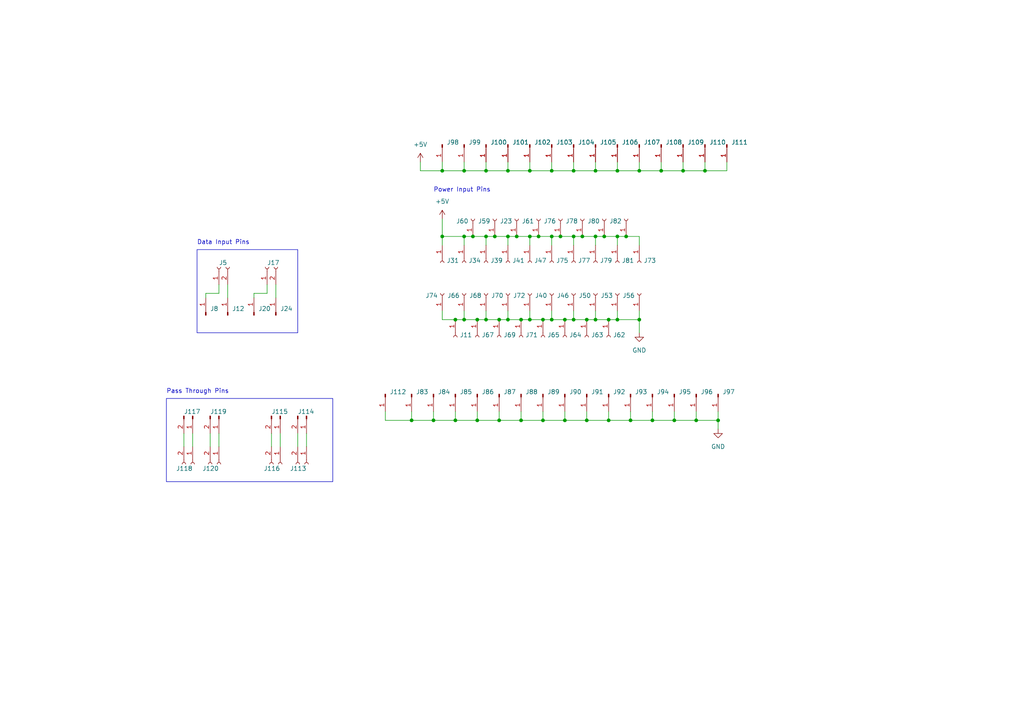
<source format=kicad_sch>
(kicad_sch (version 20230121) (generator eeschema)
  (paper "A4")
  (lib_symbols
    (symbol "Connector:Conn_01x01_Pin" (pin_names (offset 1.016) hide)
      (property "Reference" "J" (at 0 2.54 0))
      (property "Value" "Conn_01x01_Pin" (at 0 -2.54 0))
      (symbol "Conn_01x01_Pin_1_1"
        (polyline (pts (xy 1.27 0) (xy 0.8636 0)) (stroke (width 0.1524)))
        (rectangle (start 0.8636 0.127) (end 0 -0.127) (stroke (width 0.1524)) (fill (type outline)))
        (pin passive line (at 5.08 0 180) (length 3.81) (name "Pin_1") (number "1"))
      )
    )
    (symbol "Connector:Conn_01x01_Socket" (pin_names (offset 1.016) hide)
      (property "Reference" "J" (at 0 2.54 0))
      (property "Value" "Conn_01x01_Socket" (at 0 -2.54 0))
      (symbol "Conn_01x01_Socket_1_1"
        (polyline (pts (xy -1.27 0) (xy -0.508 0)) (stroke (width 0.1524)))
        (arc (start 0 0.508) (mid -0.5058 0) (end 0 -0.508) (stroke (width 0.1524)))
        (pin passive line (at -5.08 0 0) (length 3.81) (name "Pin_1") (number "1"))
      )
    )
    (symbol "Connector:Conn_01x02_Pin" (pin_names (offset 1.016) hide)
      (property "Reference" "J" (at 0 2.54 0))
      (property "Value" "Conn_01x02_Pin" (at 0 -5.08 0))
      (symbol "Conn_01x02_Pin_1_1"
        (polyline (pts (xy 1.27 -2.54) (xy 0.8636 -2.54)) (stroke (width 0.1524)))
        (polyline (pts (xy 1.27 0) (xy 0.8636 0)) (stroke (width 0.1524)))
        (rectangle (start 0.8636 -2.413) (end 0 -2.667) (stroke (width 0.1524)) (fill (type outline)))
        (rectangle (start 0.8636 0.127) (end 0 -0.127) (stroke (width 0.1524)) (fill (type outline)))
        (pin passive line (at 5.08 0 180) (length 3.81) (name "Pin_1") (number "1"))
        (pin passive line (at 5.08 -2.54 180) (length 3.81) (name "Pin_2") (number "2"))
      )
    )
    (symbol "Connector:Conn_01x02_Socket" (pin_names (offset 1.016) hide)
      (property "Reference" "J" (at 0 2.54 0))
      (property "Value" "Conn_01x02_Socket" (at 0 -5.08 0))
      (symbol "Conn_01x02_Socket_1_1"
        (arc (start 0 -2.032) (mid -0.5058 -2.54) (end 0 -3.048) (stroke (width 0.1524)))
        (polyline (pts (xy -1.27 -2.54) (xy -0.508 -2.54)) (stroke (width 0.1524)))
        (polyline (pts (xy -1.27 0) (xy -0.508 0)) (stroke (width 0.1524)))
        (arc (start 0 0.508) (mid -0.5058 0) (end 0 -0.508) (stroke (width 0.1524)))
        (pin passive line (at -5.08 0 0) (length 3.81) (name "Pin_1") (number "1"))
        (pin passive line (at -5.08 -2.54 0) (length 3.81) (name "Pin_2") (number "2"))
      )
    )
    (symbol "power:+5V" (power) (pin_names (offset 0))
      (property "Value" "+5V" (at 0 3.556 0))
      (symbol "+5V_0_1"
        (polyline (pts (xy -0.762 1.27) (xy 0 2.54)))
        (polyline (pts (xy 0 0) (xy 0 2.54)))
        (polyline (pts (xy 0 2.54) (xy 0.762 1.27)))
      )
      (symbol "+5V_1_1"
        (pin power_in line (at 0 0 90) (length 0) hide (name "+5V") (number "1"))
      )
    )
    (symbol "power:GND" (power) (pin_names (offset 0))
      (property "Value" "GND" (at 0 -3.81 0))
      (symbol "GND_0_1"
        (polyline (pts (xy 0 0) (xy 0 -1.27) (xy 1.27 -1.27) (xy 0 -2.54) (xy -1.27 -1.27) (xy 0 -1.27)))
      )
      (symbol "GND_1_1"
        (pin power_in line (at 0 0 270) (length 0) hide (name "GND") (number "1"))
      )
    )
  )
  (junction (at 168.91 68.58))
  (junction (at 185.42 92.71))
  (junction (at 182.88 121.92))
  (junction (at 153.67 68.58))
  (junction (at 134.62 49.53))
  (junction (at 128.27 68.58))
  (junction (at 179.07 49.53))
  (junction (at 176.53 92.71))
  (junction (at 179.07 92.71))
  (junction (at 179.07 68.58))
  (junction (at 128.27 49.53))
  (junction (at 151.13 92.71))
  (junction (at 138.43 92.71))
  (junction (at 125.73 121.92))
  (junction (at 172.72 92.71))
  (junction (at 195.58 121.92))
  (junction (at 160.02 49.53))
  (junction (at 170.18 121.92))
  (junction (at 151.13 121.92))
  (junction (at 160.02 92.71))
  (junction (at 198.12 49.53))
  (junction (at 132.08 92.71))
  (junction (at 157.48 92.71))
  (junction (at 166.37 49.53))
  (junction (at 170.18 92.71))
  (junction (at 157.48 121.92))
  (junction (at 140.97 68.58))
  (junction (at 166.37 68.58))
  (junction (at 153.67 92.71))
  (junction (at 181.61 68.58))
  (junction (at 172.72 68.58))
  (junction (at 208.28 121.92))
  (junction (at 144.78 121.92))
  (junction (at 132.08 121.92))
  (junction (at 162.56 68.58))
  (junction (at 160.02 68.58))
  (junction (at 153.67 49.53))
  (junction (at 175.26 68.58))
  (junction (at 134.62 92.71))
  (junction (at 144.78 92.71))
  (junction (at 176.53 121.92))
  (junction (at 134.62 68.58))
  (junction (at 201.93 121.92))
  (junction (at 172.72 49.53))
  (junction (at 137.16 68.58))
  (junction (at 204.47 49.53))
  (junction (at 147.32 49.53))
  (junction (at 138.43 121.92))
  (junction (at 191.77 49.53))
  (junction (at 147.32 92.71))
  (junction (at 163.83 121.92))
  (junction (at 166.37 92.71))
  (junction (at 163.83 92.71))
  (junction (at 185.42 49.53))
  (junction (at 140.97 49.53))
  (junction (at 140.97 92.71))
  (junction (at 119.38 121.92))
  (junction (at 143.51 68.58))
  (junction (at 147.32 68.58))
  (junction (at 189.23 121.92))
  (junction (at 156.21 68.58))
  (junction (at 149.86 68.58))
  (wire (pts (xy 60.96 125.73) (xy 60.96 129.54)))
  (wire (pts (xy 153.67 49.53) (xy 160.02 49.53)))
  (wire (pts (xy 86.36 125.73) (xy 86.36 129.54)))
  (wire (pts (xy 138.43 119.38) (xy 138.43 121.92)))
  (wire (pts (xy 140.97 92.71) (xy 144.78 92.71)))
  (wire (pts (xy 153.67 71.12) (xy 153.67 68.58)))
  (wire (pts (xy 128.27 46.99) (xy 128.27 49.53)))
  (wire (pts (xy 147.32 90.17) (xy 147.32 92.71)))
  (wire (pts (xy 170.18 121.92) (xy 176.53 121.92)))
  (wire (pts (xy 166.37 46.99) (xy 166.37 49.53)))
  (wire (pts (xy 147.32 68.58) (xy 143.51 68.58)))
  (wire (pts (xy 170.18 119.38) (xy 170.18 121.92)))
  (wire (pts (xy 111.76 121.92) (xy 119.38 121.92)))
  (wire (pts (xy 132.08 92.71) (xy 134.62 92.71)))
  (wire (pts (xy 176.53 121.92) (xy 182.88 121.92)))
  (wire (pts (xy 201.93 119.38) (xy 201.93 121.92)))
  (wire (pts (xy 147.32 46.99) (xy 147.32 49.53)))
  (wire (pts (xy 134.62 90.17) (xy 134.62 92.71)))
  (wire (pts (xy 128.27 63.5) (xy 128.27 68.58)))
  (wire (pts (xy 166.37 90.17) (xy 166.37 92.71)))
  (wire (pts (xy 151.13 121.92) (xy 157.48 121.92)))
  (wire (pts (xy 147.32 92.71) (xy 151.13 92.71)))
  (wire (pts (xy 153.67 46.99) (xy 153.67 49.53)))
  (wire (pts (xy 179.07 49.53) (xy 185.42 49.53)))
  (wire (pts (xy 204.47 46.99) (xy 204.47 49.53)))
  (wire (pts (xy 182.88 119.38) (xy 182.88 121.92)))
  (wire (pts (xy 185.42 92.71) (xy 185.42 96.52)))
  (wire (pts (xy 53.34 125.73) (xy 53.34 129.54)))
  (wire (pts (xy 132.08 121.92) (xy 138.43 121.92)))
  (wire (pts (xy 144.78 92.71) (xy 147.32 92.71)))
  (wire (pts (xy 153.67 92.71) (xy 157.48 92.71)))
  (wire (pts (xy 128.27 68.58) (xy 134.62 68.58)))
  (wire (pts (xy 201.93 121.92) (xy 208.28 121.92)))
  (wire (pts (xy 63.5 82.55) (xy 63.5 85.09)))
  (wire (pts (xy 179.07 68.58) (xy 175.26 68.58)))
  (wire (pts (xy 140.97 46.99) (xy 140.97 49.53)))
  (wire (pts (xy 160.02 92.71) (xy 163.83 92.71)))
  (wire (pts (xy 160.02 49.53) (xy 166.37 49.53)))
  (wire (pts (xy 172.72 90.17) (xy 172.72 92.71)))
  (wire (pts (xy 134.62 49.53) (xy 140.97 49.53)))
  (wire (pts (xy 198.12 46.99) (xy 198.12 49.53)))
  (wire (pts (xy 125.73 119.38) (xy 125.73 121.92)))
  (wire (pts (xy 179.07 90.17) (xy 179.07 92.71)))
  (wire (pts (xy 55.88 125.73) (xy 55.88 129.54)))
  (wire (pts (xy 78.74 125.73) (xy 78.74 129.54)))
  (wire (pts (xy 138.43 121.92) (xy 144.78 121.92)))
  (wire (pts (xy 59.69 86.36) (xy 59.69 85.09)))
  (wire (pts (xy 63.5 125.73) (xy 63.5 129.54)))
  (wire (pts (xy 160.02 71.12) (xy 160.02 68.58)))
  (wire (pts (xy 185.42 71.12) (xy 185.42 68.58)))
  (wire (pts (xy 157.48 92.71) (xy 160.02 92.71)))
  (wire (pts (xy 160.02 90.17) (xy 160.02 92.71)))
  (wire (pts (xy 80.01 82.55) (xy 80.01 86.36)))
  (wire (pts (xy 172.72 68.58) (xy 168.91 68.58)))
  (wire (pts (xy 172.72 92.71) (xy 176.53 92.71)))
  (wire (pts (xy 166.37 68.58) (xy 162.56 68.58)))
  (wire (pts (xy 189.23 121.92) (xy 195.58 121.92)))
  (wire (pts (xy 144.78 121.92) (xy 151.13 121.92)))
  (wire (pts (xy 138.43 92.71) (xy 140.97 92.71)))
  (wire (pts (xy 66.04 82.55) (xy 66.04 86.36)))
  (wire (pts (xy 134.62 92.71) (xy 138.43 92.71)))
  (wire (pts (xy 73.66 86.36) (xy 73.66 85.09)))
  (wire (pts (xy 151.13 92.71) (xy 153.67 92.71)))
  (wire (pts (xy 175.26 68.58) (xy 172.72 68.58)))
  (wire (pts (xy 172.72 71.12) (xy 172.72 68.58)))
  (wire (pts (xy 121.92 46.99) (xy 121.92 49.53)))
  (wire (pts (xy 195.58 119.38) (xy 195.58 121.92)))
  (wire (pts (xy 163.83 119.38) (xy 163.83 121.92)))
  (wire (pts (xy 121.92 49.53) (xy 128.27 49.53)))
  (wire (pts (xy 185.42 90.17) (xy 185.42 92.71)))
  (wire (pts (xy 143.51 68.58) (xy 140.97 68.58)))
  (wire (pts (xy 140.97 49.53) (xy 147.32 49.53)))
  (wire (pts (xy 77.47 82.55) (xy 77.47 85.09)))
  (wire (pts (xy 128.27 68.58) (xy 128.27 71.12)))
  (wire (pts (xy 119.38 121.92) (xy 125.73 121.92)))
  (wire (pts (xy 163.83 92.71) (xy 166.37 92.71)))
  (wire (pts (xy 132.08 119.38) (xy 132.08 121.92)))
  (wire (pts (xy 137.16 68.58) (xy 134.62 68.58)))
  (wire (pts (xy 134.62 46.99) (xy 134.62 49.53)))
  (wire (pts (xy 198.12 49.53) (xy 204.47 49.53)))
  (wire (pts (xy 156.21 68.58) (xy 160.02 68.58)))
  (wire (pts (xy 157.48 119.38) (xy 157.48 121.92)))
  (wire (pts (xy 166.37 92.71) (xy 170.18 92.71)))
  (wire (pts (xy 176.53 119.38) (xy 176.53 121.92)))
  (wire (pts (xy 149.86 68.58) (xy 147.32 68.58)))
  (wire (pts (xy 181.61 68.58) (xy 185.42 68.58)))
  (wire (pts (xy 185.42 46.99) (xy 185.42 49.53)))
  (wire (pts (xy 157.48 121.92) (xy 163.83 121.92)))
  (wire (pts (xy 73.66 85.09) (xy 77.47 85.09)))
  (wire (pts (xy 162.56 68.58) (xy 160.02 68.58)))
  (wire (pts (xy 179.07 68.58) (xy 181.61 68.58)))
  (wire (pts (xy 153.67 90.17) (xy 153.67 92.71)))
  (wire (pts (xy 172.72 49.53) (xy 179.07 49.53)))
  (wire (pts (xy 163.83 121.92) (xy 170.18 121.92)))
  (wire (pts (xy 140.97 90.17) (xy 140.97 92.71)))
  (wire (pts (xy 140.97 68.58) (xy 137.16 68.58)))
  (wire (pts (xy 179.07 71.12) (xy 179.07 68.58)))
  (wire (pts (xy 125.73 121.92) (xy 132.08 121.92)))
  (wire (pts (xy 195.58 121.92) (xy 201.93 121.92)))
  (wire (pts (xy 153.67 68.58) (xy 156.21 68.58)))
  (wire (pts (xy 144.78 119.38) (xy 144.78 121.92)))
  (wire (pts (xy 170.18 92.71) (xy 172.72 92.71)))
  (wire (pts (xy 182.88 121.92) (xy 189.23 121.92)))
  (wire (pts (xy 210.82 46.99) (xy 210.82 49.53)))
  (wire (pts (xy 191.77 46.99) (xy 191.77 49.53)))
  (wire (pts (xy 134.62 71.12) (xy 134.62 68.58)))
  (wire (pts (xy 185.42 49.53) (xy 191.77 49.53)))
  (wire (pts (xy 128.27 92.71) (xy 132.08 92.71)))
  (wire (pts (xy 140.97 71.12) (xy 140.97 68.58)))
  (wire (pts (xy 172.72 46.99) (xy 172.72 49.53)))
  (wire (pts (xy 166.37 49.53) (xy 172.72 49.53)))
  (wire (pts (xy 147.32 71.12) (xy 147.32 68.58)))
  (wire (pts (xy 147.32 49.53) (xy 153.67 49.53)))
  (wire (pts (xy 88.9 125.73) (xy 88.9 129.54)))
  (wire (pts (xy 204.47 49.53) (xy 210.82 49.53)))
  (wire (pts (xy 81.28 125.73) (xy 81.28 129.54)))
  (wire (pts (xy 128.27 90.17) (xy 128.27 92.71)))
  (wire (pts (xy 179.07 92.71) (xy 185.42 92.71)))
  (wire (pts (xy 168.91 68.58) (xy 166.37 68.58)))
  (wire (pts (xy 179.07 46.99) (xy 179.07 49.53)))
  (wire (pts (xy 128.27 49.53) (xy 134.62 49.53)))
  (wire (pts (xy 153.67 68.58) (xy 149.86 68.58)))
  (wire (pts (xy 208.28 121.92) (xy 208.28 119.38)))
  (wire (pts (xy 160.02 46.99) (xy 160.02 49.53)))
  (wire (pts (xy 151.13 119.38) (xy 151.13 121.92)))
  (wire (pts (xy 59.69 85.09) (xy 63.5 85.09)))
  (wire (pts (xy 176.53 92.71) (xy 179.07 92.71)))
  (wire (pts (xy 166.37 71.12) (xy 166.37 68.58)))
  (wire (pts (xy 119.38 119.38) (xy 119.38 121.92)))
  (wire (pts (xy 208.28 121.92) (xy 208.28 124.46)))
  (wire (pts (xy 191.77 49.53) (xy 198.12 49.53)))
  (wire (pts (xy 189.23 119.38) (xy 189.23 121.92)))
  (wire (pts (xy 111.76 119.38) (xy 111.76 121.92)))
  (rectangle (start 57.15 72.39) (end 86.36 96.52))
  (rectangle (start 48.26 115.57) (end 96.52 139.7))
  (text "Power Input Pins" (at 125.73 55.88 0) (effects (font (size 1.27 1.27)) (justify left bottom)))
  (text "Data Input Pins" (at 57.15 71.12 0) (effects (font (size 1.27 1.27)) (justify left bottom)))
  (text "Pass Through Pins" (at 48.26 114.3 0) (effects (font (size 1.27 1.27)) (justify left bottom)))
  (symbol (lib_id "Connector:Conn_01x01_Pin") (at 153.67 41.91 270) (unit 1)
    (property "Reference" "J102" (at 154.94 41.275 90) (effects (justify left)))
    (property "Value" "Conn_01x01_Pin" (effects hide))
    (property "Footprint" "Dustins_Footprints:SnowBoard Power Pads" (effects hide))
  )
  (symbol (lib_id "Connector:Conn_01x01_Socket") (at 147.32 76.2 270) (unit 1)
    (property "Reference" "J41" (at 148.59 75.565 90) (effects (justify left)))
    (property "Value" "Conn_01x01_Socket" (effects hide))
    (property "Footprint" "Dustins_Footprints:5mm THT Circular" (effects hide))
    (instances (project "Center_Flex_V1" (path "" (reference "J41") (unit 1)) (path "" (reference "J58") (unit 1))))
  )
  (symbol (lib_id "Connector:Conn_01x01_Socket") (at 147.32 85.09 90) (unit 1)
    (property "Reference" "J70" (at 146.05 85.725 90) (effects (justify left)))
    (property "Value" "Conn_01x01_Socket" (effects hide))
    (property "Footprint" "Dustins_Footprints:5mm THT Square" (effects hide))
    (instances (project "Center_Flex_V1" (path "" (reference "J70") (unit 1)) (path "" (reference "J59") (unit 1))))
  )
  (symbol (lib_id "Connector:Conn_01x02_Pin") (at 88.9 120.65 270) (unit 1)
    (property "Reference" "J114" (at 86.36 119.38 90) (effects (justify left)))
    (property "Value" "Conn_01x02_Pin" (effects hide))
    (property "Footprint" "Dustins_Footprints:Snowboard_Flex_Solder_Pad" (effects hide))
    (instances (project "Center_Flex_V1" (path "" (reference "J114") (unit 1)) (path "" (reference "J119") (unit 1))))
  )
  (symbol (lib_id "power:GND") (at 208.28 124.46 0) (unit 1)
    (property "Reference" "#PWR02" (effects hide))
    (property "Value" "GND" (at 208.28 129.54 0))
    (instances (project "Center_Flex_V1" (path "" (reference "#PWR02") (unit 1)) (path "" (reference "#PWR0283") (unit 1))))
  )
  (symbol (lib_id "Connector:Conn_01x01_Socket") (at 175.26 63.5 90) (unit 1)
    (property "Reference" "J80" (at 173.99 64.135 90) (effects (justify left)))
    (property "Value" "Conn_01x01_Socket" (effects hide))
    (property "Footprint" "Dustins_Footprints:5mm THT Circular" (effects hide))
    (instances (project "Center_Flex_V1" (path "" (reference "J80") (unit 1)) (path "" (reference "J76") (unit 1))))
  )
  (symbol (lib_id "Connector:Conn_01x01_Pin") (at 195.58 114.3 270) (unit 1)
    (property "Reference" "J95" (at 196.85 113.665 90) (effects (justify left)))
    (property "Value" "Conn_01x01_Pin" (effects hide))
    (property "Footprint" "Dustins_Footprints:SnowBoard Power Pads" (effects hide))
  )
  (symbol (lib_id "Connector:Conn_01x02_Socket") (at 88.9 134.62 270) (unit 1)
    (property "Reference" "J113" (at 88.9 135.89 90) (effects (justify right)))
    (property "Value" "Conn_01x02_Socket" (effects hide))
    (property "Footprint" "Dustins_Footprints:Snowboard_Flex_Solder_Pad" (effects hide))
    (instances (project "Center_Flex_V1" (path "" (reference "J113") (unit 1)) (path "" (reference "J120") (unit 1))))
  )
  (symbol (lib_id "Connector:Conn_01x01_Socket") (at 132.08 97.79 270) (unit 1)
    (property "Reference" "J11" (at 133.35 97.155 90) (effects (justify left)))
    (property "Value" "Conn_01x01_Socket" (effects hide))
    (property "Footprint" "Dustins_Footprints:5mm THT Square" (effects hide))
    (instances (project "Center_Flex_V1" (path "" (reference "J11") (unit 1)) (path "" (reference "J49") (unit 1))))
  )
  (symbol (lib_id "Connector:Conn_01x01_Pin") (at 198.12 41.91 270) (unit 1)
    (property "Reference" "J109" (at 199.39 41.275 90) (effects (justify left)))
    (property "Value" "Conn_01x01_Pin" (effects hide))
    (property "Footprint" "Dustins_Footprints:SnowBoard Power Pads" (effects hide))
  )
  (symbol (lib_id "Connector:Conn_01x02_Socket") (at 81.28 134.62 270) (unit 1)
    (property "Reference" "J116" (at 81.28 135.89 90) (effects (justify right)))
    (property "Value" "Conn_01x02_Socket" (effects hide))
    (property "Footprint" "Dustins_Footprints:Snowboard_Flex_Solder_Pad" (effects hide))
    (instances (project "Center_Flex_V1" (path "" (reference "J116") (unit 1)) (path "" (reference "J118") (unit 1))))
  )
  (symbol (lib_id "Connector:Conn_01x01_Socket") (at 160.02 85.09 90) (unit 1)
    (property "Reference" "J40" (at 158.75 85.725 90) (effects (justify left)))
    (property "Value" "Conn_01x01_Socket" (effects hide))
    (property "Footprint" "Dustins_Footprints:5mm THT Square" (effects hide))
    (instances (project "Center_Flex_V1" (path "" (reference "J40") (unit 1)) (path "" (reference "J67") (unit 1))))
  )
  (symbol (lib_id "Connector:Conn_01x01_Pin") (at 208.28 114.3 270) (unit 1)
    (property "Reference" "J97" (at 209.55 113.665 90) (effects (justify left)))
    (property "Value" "Conn_01x01_Pin" (effects hide))
    (property "Footprint" "Dustins_Footprints:SnowBoard Power Pads" (effects hide))
  )
  (symbol (lib_id "Connector:Conn_01x02_Pin") (at 81.28 120.65 270) (unit 1)
    (property "Reference" "J115" (at 78.74 119.38 90) (effects (justify left)))
    (property "Value" "Conn_01x02_Pin" (effects hide))
    (property "Footprint" "Dustins_Footprints:Snowboard_Flex_Solder_Pad" (effects hide))
    (instances (project "Center_Flex_V1" (path "" (reference "J115") (unit 1)) (path "" (reference "J117") (unit 1))))
  )
  (symbol (lib_id "Connector:Conn_01x02_Pin") (at 63.5 120.65 270) (unit 1)
    (property "Reference" "J119" (at 60.96 119.38 90) (effects (justify left)))
    (property "Value" "Conn_01x02_Pin" (effects hide))
    (property "Footprint" "Dustins_Footprints:Snowboard_Flex_Solder_Pad" (effects hide))
    (instances (project "Center_Flex_V1" (path "" (reference "J119") (unit 1)) (path "" (reference "J115") (unit 1))))
  )
  (symbol (lib_id "Connector:Conn_01x01_Pin") (at 138.43 114.3 270) (unit 1)
    (property "Reference" "J86" (at 139.7 113.665 90) (effects (justify left)))
    (property "Value" "Conn_01x01_Pin" (effects hide))
    (property "Footprint" "Dustins_Footprints:SnowBoard Power Pads" (effects hide))
  )
  (symbol (lib_id "Connector:Conn_01x01_Socket") (at 143.51 63.5 90) (unit 1)
    (property "Reference" "J59" (at 142.24 64.135 90) (effects (justify left)))
    (property "Value" "Conn_01x01_Socket" (effects hide))
    (property "Footprint" "Dustins_Footprints:5mm THT Circular" (effects hide))
    (instances (project "Center_Flex_V1" (path "" (reference "J59") (unit 1)) (path "" (reference "J56") (unit 1))))
  )
  (symbol (lib_id "Connector:Conn_01x01_Pin") (at 147.32 41.91 270) (unit 1)
    (property "Reference" "J101" (at 148.59 41.275 90) (effects (justify left)))
    (property "Value" "Conn_01x01_Pin" (effects hide))
    (property "Footprint" "Dustins_Footprints:SnowBoard Power Pads" (effects hide))
  )
  (symbol (lib_id "Connector:Conn_01x01_Socket") (at 153.67 76.2 270) (unit 1)
    (property "Reference" "J47" (at 154.94 75.565 90) (effects (justify left)))
    (property "Value" "Conn_01x01_Socket" (effects hide))
    (property "Footprint" "Dustins_Footprints:5mm THT Circular" (effects hide))
    (instances (project "Center_Flex_V1" (path "" (reference "J47") (unit 1)) (path "" (reference "J62") (unit 1))))
  )
  (symbol (lib_id "Connector:Conn_01x01_Pin") (at 144.78 114.3 270) (unit 1)
    (property "Reference" "J87" (at 146.05 113.665 90) (effects (justify left)))
    (property "Value" "Conn_01x01_Pin" (effects hide))
    (property "Footprint" "Dustins_Footprints:SnowBoard Power Pads" (effects hide))
  )
  (symbol (lib_id "Connector:Conn_01x01_Socket") (at 140.97 76.2 270) (unit 1)
    (property "Reference" "J39" (at 142.24 75.565 90) (effects (justify left)))
    (property "Value" "Conn_01x01_Socket" (effects hide))
    (property "Footprint" "Dustins_Footprints:5mm THT Circular" (effects hide))
    (instances (project "Center_Flex_V1" (path "" (reference "J39") (unit 1)) (path "" (reference "J54") (unit 1))))
  )
  (symbol (lib_id "Connector:Conn_01x01_Pin") (at 170.18 114.3 270) (unit 1)
    (property "Reference" "J91" (at 171.45 113.665 90) (effects (justify left)))
    (property "Value" "Conn_01x01_Pin" (effects hide))
    (property "Footprint" "Dustins_Footprints:SnowBoard Power Pads" (effects hide))
  )
  (symbol (lib_id "Connector:Conn_01x01_Socket") (at 176.53 97.79 270) (unit 1)
    (property "Reference" "J62" (at 177.8 97.155 90) (effects (justify left)))
    (property "Value" "Conn_01x01_Socket" (effects hide))
    (property "Footprint" "Dustins_Footprints:5mm THT Square" (effects hide))
    (instances (project "Center_Flex_V1" (path "" (reference "J62") (unit 1)) (path "" (reference "J77") (unit 1))))
  )
  (symbol (lib_id "Connector:Conn_01x02_Pin") (at 55.88 120.65 270) (unit 1)
    (property "Reference" "J117" (at 53.34 119.38 90) (effects (justify left)))
    (property "Value" "Conn_01x02_Pin" (effects hide))
    (property "Footprint" "Dustins_Footprints:Snowboard_Flex_Solder_Pad" (effects hide))
    (instances (project "Center_Flex_V1" (path "" (reference "J117") (unit 1)) (path "" (reference "J113") (unit 1))))
  )
  (symbol (lib_id "Connector:Conn_01x01_Socket") (at 128.27 76.2 270) (unit 1)
    (property "Reference" "J31" (at 129.54 75.565 90) (effects (justify left)))
    (property "Value" "Conn_01x01_Socket" (effects hide))
    (property "Footprint" "Dustins_Footprints:5mm THT Circular" (effects hide))
    (instances (project "Center_Flex_V1" (path "" (reference "J31") (unit 1)) (path "" (reference "J47") (unit 1))))
  )
  (symbol (lib_id "Connector:Conn_01x01_Pin") (at 176.53 114.3 270) (unit 1)
    (property "Reference" "J92" (at 177.8 113.665 90) (effects (justify left)))
    (property "Value" "Conn_01x01_Pin" (effects hide))
    (property "Footprint" "Dustins_Footprints:SnowBoard Power Pads" (effects hide))
  )
  (symbol (lib_id "Connector:Conn_01x01_Socket") (at 144.78 97.79 270) (unit 1)
    (property "Reference" "J69" (at 146.05 97.155 90) (effects (justify left)))
    (property "Value" "Conn_01x01_Socket" (effects hide))
    (property "Footprint" "Dustins_Footprints:5mm THT Square" (effects hide))
    (instances (project "Center_Flex_V1" (path "" (reference "J69") (unit 1)) (path "" (reference "J57") (unit 1))))
  )
  (symbol (lib_id "Connector:Conn_01x01_Pin") (at 140.97 41.91 270) (unit 1)
    (property "Reference" "J100" (at 142.24 41.275 90) (effects (justify left)))
    (property "Value" "Conn_01x01_Pin" (effects hide))
    (property "Footprint" "Dustins_Footprints:SnowBoard Power Pads" (effects hide))
  )
  (symbol (lib_id "Connector:Conn_01x01_Pin") (at 160.02 41.91 270) (unit 1)
    (property "Reference" "J103" (at 161.29 41.275 90) (effects (justify left)))
    (property "Value" "Conn_01x01_Pin" (effects hide))
    (property "Footprint" "Dustins_Footprints:SnowBoard Power Pads" (effects hide))
  )
  (symbol (lib_id "Connector:Conn_01x01_Socket") (at 140.97 85.09 90) (unit 1)
    (property "Reference" "J68" (at 139.7 85.725 90) (effects (justify left)))
    (property "Value" "Conn_01x01_Socket" (effects hide))
    (property "Footprint" "Dustins_Footprints:5mm THT Square" (effects hide))
    (instances (project "Center_Flex_V1" (path "" (reference "J68") (unit 1)) (path "" (reference "J55") (unit 1))))
  )
  (symbol (lib_id "Connector:Conn_01x01_Socket") (at 168.91 63.5 90) (unit 1)
    (property "Reference" "J78" (at 167.64 64.135 90) (effects (justify left)))
    (property "Value" "Conn_01x01_Socket" (effects hide))
    (property "Footprint" "Dustins_Footprints:5mm THT Circular" (effects hide))
    (instances (project "Center_Flex_V1" (path "" (reference "J78") (unit 1)) (path "" (reference "J72") (unit 1))))
  )
  (symbol (lib_id "Connector:Conn_01x01_Pin") (at 59.69 91.44 90) (unit 1)
    (property "Reference" "J8" (at 60.96 89.535 90) (effects (justify right)))
    (property "Value" "Conn_01x01_Pin" (effects hide))
    (property "Footprint" "Dustins_Footprints:5mm THT Circular" (effects hide))
    (instances (project "Center_Flex_V1" (path "" (reference "J8") (unit 1)) (path "" (reference "J41") (unit 1))))
  )
  (symbol (lib_id "Connector:Conn_01x02_Socket") (at 63.5 134.62 270) (unit 1)
    (property "Reference" "J120" (at 63.5 135.89 90) (effects (justify right)))
    (property "Value" "Conn_01x02_Socket" (effects hide))
    (property "Footprint" "Dustins_Footprints:Snowboard_Flex_Solder_Pad" (effects hide))
    (instances (project "Center_Flex_V1" (path "" (reference "J120") (unit 1)) (path "" (reference "J116") (unit 1))))
  )
  (symbol (lib_id "Connector:Conn_01x01_Socket") (at 157.48 97.79 270) (unit 1)
    (property "Reference" "J65" (at 158.75 97.155 90) (effects (justify left)))
    (property "Value" "Conn_01x01_Socket" (effects hide))
    (property "Footprint" "Dustins_Footprints:5mm THT Square" (effects hide))
  )
  (symbol (lib_id "Connector:Conn_01x01_Pin") (at 163.83 114.3 270) (unit 1)
    (property "Reference" "J90" (at 165.1 113.665 90) (effects (justify left)))
    (property "Value" "Conn_01x01_Pin" (effects hide))
    (property "Footprint" "Dustins_Footprints:SnowBoard Power Pads" (effects hide))
  )
  (symbol (lib_id "Connector:Conn_01x01_Socket") (at 179.07 76.2 270) (unit 1)
    (property "Reference" "J81" (at 180.34 75.565 90) (effects (justify left)))
    (property "Value" "Conn_01x01_Socket" (effects hide))
    (property "Footprint" "Dustins_Footprints:5mm THT Circular" (effects hide))
    (instances (project "Center_Flex_V1" (path "" (reference "J81") (unit 1)) (path "" (reference "J78") (unit 1))))
  )
  (symbol (lib_id "Connector:Conn_01x01_Socket") (at 153.67 85.09 90) (unit 1)
    (property "Reference" "J72" (at 152.4 85.725 90) (effects (justify left)))
    (property "Value" "Conn_01x01_Socket" (effects hide))
    (property "Footprint" "Dustins_Footprints:5mm THT Square" (effects hide))
    (instances (project "Center_Flex_V1" (path "" (reference "J72") (unit 1)) (path "" (reference "J63") (unit 1))))
  )
  (symbol (lib_id "Connector:Conn_01x01_Socket") (at 162.56 63.5 90) (unit 1)
    (property "Reference" "J76" (at 161.29 64.135 90) (effects (justify left)))
    (property "Value" "Conn_01x01_Socket" (effects hide))
    (property "Footprint" "Dustins_Footprints:5mm THT Circular" (effects hide))
    (instances (project "Center_Flex_V1" (path "" (reference "J76") (unit 1)) (path "" (reference "J68") (unit 1))))
  )
  (symbol (lib_id "Connector:Conn_01x01_Pin") (at 191.77 41.91 270) (unit 1)
    (property "Reference" "J108" (at 193.04 41.275 90) (effects (justify left)))
    (property "Value" "Conn_01x01_Pin" (effects hide))
    (property "Footprint" "Dustins_Footprints:SnowBoard Power Pads" (effects hide))
  )
  (symbol (lib_id "power:+5V") (at 128.27 63.5 0) (unit 1)
    (property "Reference" "#PWR01" (effects hide))
    (property "Value" "+5V" (at 128.27 58.42 0))
    (instances (project "Center_Flex_V1" (path "" (reference "#PWR01") (unit 1)) (path "" (reference "#PWR0281") (unit 1))))
  )
  (symbol (lib_id "Connector:Conn_01x01_Pin") (at 125.73 114.3 270) (unit 1)
    (property "Reference" "J84" (at 127 113.665 90) (effects (justify left)))
    (property "Value" "Conn_01x01_Pin" (effects hide))
    (property "Footprint" "Dustins_Footprints:SnowBoard Power Pads" (effects hide))
  )
  (symbol (lib_id "Connector:Conn_01x01_Pin") (at 128.27 41.91 270) (unit 1)
    (property "Reference" "J98" (at 129.54 41.275 90) (effects (justify left)))
    (property "Value" "Conn_01x01_Pin" (effects hide))
    (property "Footprint" "Dustins_Footprints:SnowBoard Power Pads" (effects hide))
  )
  (symbol (lib_id "Connector:Conn_01x01_Pin") (at 119.38 114.3 270) (unit 1)
    (property "Reference" "J83" (at 120.65 113.665 90) (effects (justify left)))
    (property "Value" "Conn_01x01_Pin" (effects hide))
    (property "Footprint" "Dustins_Footprints:SnowBoard Power Pads" (effects hide))
  )
  (symbol (lib_id "Connector:Conn_01x01_Pin") (at 73.66 91.44 90) (unit 1)
    (property "Reference" "J20" (at 74.93 89.535 90) (effects (justify right)))
    (property "Value" "Conn_01x01_Pin" (effects hide))
    (property "Footprint" "Dustins_Footprints:5mm THT Circular" (effects hide))
    (instances (project "Center_Flex_V1" (path "" (reference "J20") (unit 1)) (path "" (reference "J44") (unit 1))))
  )
  (symbol (lib_id "Connector:Conn_01x01_Pin") (at 111.76 114.3 270) (unit 1)
    (property "Reference" "J112" (at 113.03 113.665 90) (effects (justify left)))
    (property "Value" "Conn_01x01_Pin" (effects hide))
    (property "Footprint" "Dustins_Footprints:SnowBoard Power Pads" (effects hide))
  )
  (symbol (lib_id "Connector:Conn_01x01_Pin") (at 179.07 41.91 270) (unit 1)
    (property "Reference" "J106" (at 180.34 41.275 90) (effects (justify left)))
    (property "Value" "Conn_01x01_Pin" (effects hide))
    (property "Footprint" "Dustins_Footprints:SnowBoard Power Pads" (effects hide))
  )
  (symbol (lib_id "Connector:Conn_01x01_Socket") (at 172.72 76.2 270) (unit 1)
    (property "Reference" "J79" (at 173.99 75.565 90) (effects (justify left)))
    (property "Value" "Conn_01x01_Socket" (effects hide))
    (property "Footprint" "Dustins_Footprints:5mm THT Circular" (effects hide))
    (instances (project "Center_Flex_V1" (path "" (reference "J79") (unit 1)) (path "" (reference "J74") (unit 1))))
  )
  (symbol (lib_id "Connector:Conn_01x01_Socket") (at 166.37 76.2 270) (unit 1)
    (property "Reference" "J77" (at 167.64 75.565 90) (effects (justify left)))
    (property "Value" "Conn_01x01_Socket" (effects hide))
    (property "Footprint" "Dustins_Footprints:5mm THT Circular" (effects hide))
    (instances (project "Center_Flex_V1" (path "" (reference "J77") (unit 1)) (path "" (reference "J70") (unit 1))))
  )
  (symbol (lib_id "Connector:Conn_01x01_Socket") (at 149.86 63.5 90) (unit 1)
    (property "Reference" "J23" (at 148.59 64.135 90) (effects (justify left)))
    (property "Value" "Conn_01x01_Socket" (effects hide))
    (property "Footprint" "Dustins_Footprints:5mm THT Circular" (effects hide))
    (instances (project "Center_Flex_V1" (path "" (reference "J23") (unit 1)) (path "" (reference "J60") (unit 1))))
  )
  (symbol (lib_id "Connector:Conn_01x01_Socket") (at 185.42 76.2 270) (unit 1)
    (property "Reference" "J73" (at 186.69 75.565 90) (effects (justify left)))
    (property "Value" "Conn_01x01_Socket" (effects hide))
    (property "Footprint" "Dustins_Footprints:5mm THT Circular" (effects hide))
    (instances (project "Center_Flex_V1" (path "" (reference "J73") (unit 1)) (path "" (reference "J81") (unit 1))))
  )
  (symbol (lib_id "Connector:Conn_01x01_Pin") (at 201.93 114.3 270) (unit 1)
    (property "Reference" "J96" (at 203.2 113.665 90) (effects (justify left)))
    (property "Value" "Conn_01x01_Pin" (effects hide))
    (property "Footprint" "Dustins_Footprints:SnowBoard Power Pads" (effects hide))
  )
  (symbol (lib_id "Connector:Conn_01x01_Pin") (at 132.08 114.3 270) (unit 1)
    (property "Reference" "J85" (at 133.35 113.665 90) (effects (justify left)))
    (property "Value" "Conn_01x01_Pin" (effects hide))
    (property "Footprint" "Dustins_Footprints:SnowBoard Power Pads" (effects hide))
  )
  (symbol (lib_id "Connector:Conn_01x01_Socket") (at 163.83 97.79 270) (unit 1)
    (property "Reference" "J64" (at 165.1 97.155 90) (effects (justify left)))
    (property "Value" "Conn_01x01_Socket" (effects hide))
    (property "Footprint" "Dustins_Footprints:5mm THT Square" (effects hide))
    (instances (project "Center_Flex_V1" (path "" (reference "J64") (unit 1)) (path "" (reference "J69") (unit 1))))
  )
  (symbol (lib_id "Connector:Conn_01x01_Socket") (at 166.37 85.09 90) (unit 1)
    (property "Reference" "J46" (at 165.1 85.725 90) (effects (justify left)))
    (property "Value" "Conn_01x01_Socket" (effects hide))
    (property "Footprint" "Dustins_Footprints:5mm THT Square" (effects hide))
    (instances (project "Center_Flex_V1" (path "" (reference "J46") (unit 1)) (path "" (reference "J71") (unit 1))))
  )
  (symbol (lib_id "Connector:Conn_01x01_Socket") (at 160.02 76.2 270) (unit 1)
    (property "Reference" "J75" (at 161.29 75.565 90) (effects (justify left)))
    (property "Value" "Conn_01x01_Socket" (effects hide))
    (property "Footprint" "Dustins_Footprints:5mm THT Circular" (effects hide))
    (instances (project "Center_Flex_V1" (path "" (reference "J75") (unit 1)) (path "" (reference "J66") (unit 1))))
  )
  (symbol (lib_id "Connector:Conn_01x01_Socket") (at 134.62 76.2 270) (unit 1)
    (property "Reference" "J34" (at 135.89 75.565 90) (effects (justify left)))
    (property "Value" "Conn_01x01_Socket" (effects hide))
    (property "Footprint" "Dustins_Footprints:5mm THT Circular" (effects hide))
    (instances (project "Center_Flex_V1" (path "" (reference "J34") (unit 1)) (path "" (reference "J50") (unit 1))))
  )
  (symbol (lib_id "Connector:Conn_01x02_Socket") (at 77.47 77.47 90) (unit 1)
    (property "Reference" "J17" (at 77.47 76.2 90) (effects (justify right)))
    (property "Value" "Conn_01x02_Socket" (effects hide))
    (property "Footprint" "Dustins_Footprints:SnowBoard Flex Pass Through Pads" (effects hide))
    (instances (project "Center_Flex_V1" (path "" (reference "J17") (unit 1)) (path "" (reference "J45") (unit 1))))
  )
  (symbol (lib_id "power:+5V") (at 121.92 46.99 0) (unit 1)
    (property "Reference" "#PWR01" (effects hide))
    (property "Value" "+5V" (at 121.92 41.91 0))
    (instances (project "Center_Flex_V1" (path "" (reference "#PWR01") (unit 1)) (path "" (reference "#PWR0284") (unit 1))))
  )
  (symbol (lib_id "Connector:Conn_01x01_Pin") (at 80.01 91.44 90) (unit 1)
    (property "Reference" "J24" (at 81.28 89.535 90) (effects (justify right)))
    (property "Value" "Conn_01x01_Pin" (effects hide))
    (property "Footprint" "Dustins_Footprints:5mm THT Circular" (effects hide))
    (instances (project "Center_Flex_V1" (path "" (reference "J24") (unit 1)) (path "" (reference "J46") (unit 1))))
  )
  (symbol (lib_id "Connector:Conn_01x01_Pin") (at 204.47 41.91 270) (unit 1)
    (property "Reference" "J110" (at 205.74 41.275 90) (effects (justify left)))
    (property "Value" "Conn_01x01_Pin" (effects hide))
    (property "Footprint" "Dustins_Footprints:SnowBoard Power Pads" (effects hide))
  )
  (symbol (lib_id "Connector:Conn_01x01_Socket") (at 156.21 63.5 90) (unit 1)
    (property "Reference" "J61" (at 154.94 64.135 90) (effects (justify left)))
    (property "Value" "Conn_01x01_Socket" (effects hide))
    (property "Footprint" "Dustins_Footprints:5mm THT Circular" (effects hide))
    (instances (project "Center_Flex_V1" (path "" (reference "J61") (unit 1)) (path "" (reference "J64") (unit 1))))
  )
  (symbol (lib_id "Connector:Conn_01x01_Pin") (at 182.88 114.3 270) (unit 1)
    (property "Reference" "J93" (at 184.15 113.665 90) (effects (justify left)))
    (property "Value" "Conn_01x01_Pin" (effects hide))
    (property "Footprint" "Dustins_Footprints:SnowBoard Power Pads" (effects hide))
  )
  (symbol (lib_id "Connector:Conn_01x01_Socket") (at 172.72 85.09 90) (unit 1)
    (property "Reference" "J50" (at 171.45 85.725 90) (effects (justify left)))
    (property "Value" "Conn_01x01_Socket" (effects hide))
    (property "Footprint" "Dustins_Footprints:5mm THT Square" (effects hide))
    (instances (project "Center_Flex_V1" (path "" (reference "J50") (unit 1)) (path "" (reference "J75") (unit 1))))
  )
  (symbol (lib_id "Connector:Conn_01x01_Socket") (at 170.18 97.79 270) (unit 1)
    (property "Reference" "J63" (at 171.45 97.155 90) (effects (justify left)))
    (property "Value" "Conn_01x01_Socket" (effects hide))
    (property "Footprint" "Dustins_Footprints:5mm THT Square" (effects hide))
    (instances (project "Center_Flex_V1" (path "" (reference "J63") (unit 1)) (path "" (reference "J73") (unit 1))))
  )
  (symbol (lib_id "Connector:Conn_01x01_Pin") (at 172.72 41.91 270) (unit 1)
    (property "Reference" "J105" (at 173.99 41.275 90) (effects (justify left)))
    (property "Value" "Conn_01x01_Pin" (effects hide))
    (property "Footprint" "Dustins_Footprints:SnowBoard Power Pads" (effects hide))
  )
  (symbol (lib_id "Connector:Conn_01x01_Socket") (at 138.43 97.79 270) (unit 1)
    (property "Reference" "J67" (at 139.7 97.155 90) (effects (justify left)))
    (property "Value" "Conn_01x01_Socket" (effects hide))
    (property "Footprint" "Dustins_Footprints:5mm THT Square" (effects hide))
    (instances (project "Center_Flex_V1" (path "" (reference "J67") (unit 1)) (path "" (reference "J53") (unit 1))))
  )
  (symbol (lib_id "Connector:Conn_01x01_Pin") (at 166.37 41.91 270) (unit 1)
    (property "Reference" "J104" (at 167.64 41.275 90) (effects (justify left)))
    (property "Value" "Conn_01x01_Pin" (effects hide))
    (property "Footprint" "Dustins_Footprints:SnowBoard Power Pads" (effects hide))
  )
  (symbol (lib_id "Connector:Conn_01x01_Pin") (at 185.42 41.91 270) (unit 1)
    (property "Reference" "J107" (at 186.69 41.275 90) (effects (justify left)))
    (property "Value" "Conn_01x01_Pin" (effects hide))
    (property "Footprint" "Dustins_Footprints:SnowBoard Power Pads" (effects hide))
  )
  (symbol (lib_id "Connector:Conn_01x01_Socket") (at 151.13 97.79 270) (unit 1)
    (property "Reference" "J71" (at 152.4 97.155 90) (effects (justify left)))
    (property "Value" "Conn_01x01_Socket" (effects hide))
    (property "Footprint" "Dustins_Footprints:5mm THT Square" (effects hide))
    (instances (project "Center_Flex_V1" (path "" (reference "J71") (unit 1)) (path "" (reference "J61") (unit 1))))
  )
  (symbol (lib_id "Connector:Conn_01x01_Pin") (at 151.13 114.3 270) (unit 1)
    (property "Reference" "J88" (at 152.4 113.665 90) (effects (justify left)))
    (property "Value" "Conn_01x01_Pin" (effects hide))
    (property "Footprint" "Dustins_Footprints:SnowBoard Power Pads" (effects hide))
  )
  (symbol (lib_id "Connector:Conn_01x01_Socket") (at 128.27 85.09 90) (unit 1)
    (property "Reference" "J74" (at 127 85.725 90) (effects (justify left)))
    (property "Value" "Conn_01x01_Socket" (effects hide))
    (property "Footprint" "Dustins_Footprints:5mm THT Square" (effects hide))
    (instances (project "Center_Flex_V1" (path "" (reference "J74") (unit 1)) (path "" (reference "J48") (unit 1))))
  )
  (symbol (lib_id "Connector:Conn_01x02_Socket") (at 63.5 77.47 90) (unit 1)
    (property "Reference" "J5" (at 63.5 76.2 90) (effects (justify right)))
    (property "Value" "Conn_01x02_Socket" (effects hide))
    (property "Footprint" "Dustins_Footprints:SnowBoard Flex Pass Through Pads" (effects hide))
    (instances (project "Center_Flex_V1" (path "" (reference "J5") (unit 1)) (path "" (reference "J42") (unit 1))))
  )
  (symbol (lib_id "Connector:Conn_01x01_Socket") (at 137.16 63.5 90) (unit 1)
    (property "Reference" "J60" (at 135.89 64.135 90) (effects (justify left)))
    (property "Value" "Conn_01x01_Socket" (effects hide))
    (property "Footprint" "Dustins_Footprints:5mm THT Circular" (effects hide))
    (instances (project "Center_Flex_V1" (path "" (reference "J60") (unit 1)) (path "" (reference "J52") (unit 1))))
  )
  (symbol (lib_id "Connector:Conn_01x02_Socket") (at 55.88 134.62 270) (unit 1)
    (property "Reference" "J118" (at 55.88 135.89 90) (effects (justify right)))
    (property "Value" "Conn_01x02_Socket" (effects hide))
    (property "Footprint" "Dustins_Footprints:Snowboard_Flex_Solder_Pad" (effects hide))
    (instances (project "Center_Flex_V1" (path "" (reference "J118") (unit 1)) (path "" (reference "J114") (unit 1))))
  )
  (symbol (lib_id "Connector:Conn_01x01_Socket") (at 181.61 63.5 90) (unit 1)
    (property "Reference" "J82" (at 180.34 64.135 90) (effects (justify left)))
    (property "Value" "Conn_01x01_Socket" (effects hide))
    (property "Footprint" "Dustins_Footprints:5mm THT Circular" (effects hide))
    (instances (project "Center_Flex_V1" (path "" (reference "J82") (unit 1)) (path "" (reference "J80") (unit 1))))
  )
  (symbol (lib_id "Connector:Conn_01x01_Socket") (at 134.62 85.09 90) (unit 1)
    (property "Reference" "J66" (at 133.35 85.725 90) (effects (justify left)))
    (property "Value" "Conn_01x01_Socket" (effects hide))
    (property "Footprint" "Dustins_Footprints:5mm THT Square" (effects hide))
    (instances (project "Center_Flex_V1" (path "" (reference "J66") (unit 1)) (path "" (reference "J51") (unit 1))))
  )
  (symbol (lib_id "Connector:Conn_01x01_Pin") (at 210.82 41.91 270) (unit 1)
    (property "Reference" "J111" (at 212.09 41.275 90) (effects (justify left)))
    (property "Value" "Conn_01x01_Pin" (effects hide))
    (property "Footprint" "Dustins_Footprints:SnowBoard Power Pads" (effects hide))
  )
  (symbol (lib_id "Connector:Conn_01x01_Pin") (at 189.23 114.3 270) (unit 1)
    (property "Reference" "J94" (at 190.5 113.665 90) (effects (justify left)))
    (property "Value" "Conn_01x01_Pin" (effects hide))
    (property "Footprint" "Dustins_Footprints:SnowBoard Power Pads" (effects hide))
  )
  (symbol (lib_id "Connector:Conn_01x01_Pin") (at 157.48 114.3 270) (unit 1)
    (property "Reference" "J89" (at 158.75 113.665 90) (effects (justify left)))
    (property "Value" "Conn_01x01_Pin" (effects hide))
    (property "Footprint" "Dustins_Footprints:SnowBoard Power Pads" (effects hide))
  )
  (symbol (lib_id "Connector:Conn_01x01_Socket") (at 179.07 85.09 90) (unit 1)
    (property "Reference" "J53" (at 177.8 85.725 90) (effects (justify left)))
    (property "Value" "Conn_01x01_Socket" (effects hide))
    (property "Footprint" "Dustins_Footprints:5mm THT Square" (effects hide))
    (instances (project "Center_Flex_V1" (path "" (reference "J53") (unit 1)) (path "" (reference "J79") (unit 1))))
  )
  (symbol (lib_id "power:GND") (at 185.42 96.52 0) (unit 1)
    (property "Reference" "#PWR02" (effects hide))
    (property "Value" "GND" (at 185.42 101.6 0))
    (instances (project "Center_Flex_V1" (path "" (reference "#PWR02") (unit 1)) (path "" (reference "#PWR0282") (unit 1))))
  )
  (symbol (lib_id "Connector:Conn_01x01_Pin") (at 134.62 41.91 270) (unit 1)
    (property "Reference" "J99" (at 135.89 41.275 90) (effects (justify left)))
    (property "Value" "Conn_01x01_Pin" (effects hide))
    (property "Footprint" "Dustins_Footprints:SnowBoard Power Pads" (effects hide))
  )
  (symbol (lib_id "Connector:Conn_01x01_Socket") (at 185.42 85.09 90) (unit 1)
    (property "Reference" "J56" (at 184.15 85.725 90) (effects (justify left)))
    (property "Value" "Conn_01x01_Socket" (effects hide))
    (property "Footprint" "Dustins_Footprints:5mm THT Square" (effects hide))
    (instances (project "Center_Flex_V1" (path "" (reference "J56") (unit 1)) (path "" (reference "J82") (unit 1))))
  )
  (symbol (lib_id "Connector:Conn_01x01_Pin") (at 66.04 91.44 90) (unit 1)
    (property "Reference" "J12" (at 67.31 89.535 90) (effects (justify right)))
    (property "Value" "Conn_01x01_Pin" (effects hide))
    (property "Footprint" "Dustins_Footprints:5mm THT Circular" (effects hide))
    (instances (project "Center_Flex_V1" (path "" (reference "J12") (unit 1)) (path "" (reference "J43") (unit 1))))
  )
)
</source>
